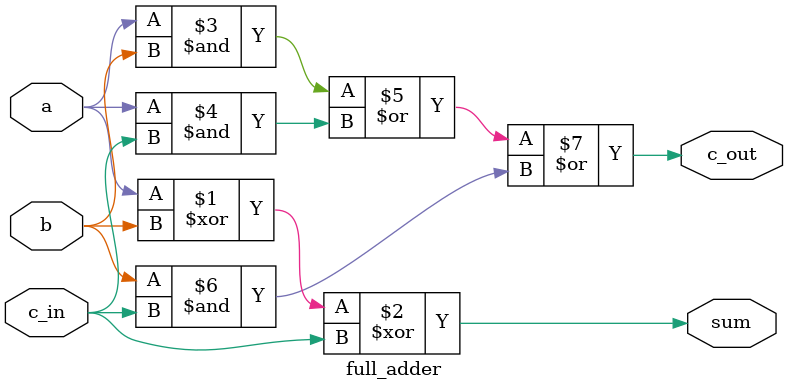
<source format=v>
`timescale 1ns/1ps

module full_adder (
    input a, b, c_in,
    output sum, c_out
);
    assign sum = a ^ b ^ c_in;
    assign c_out = (a & b) | (a & c_in) | (b & c_in);
endmodule

</source>
